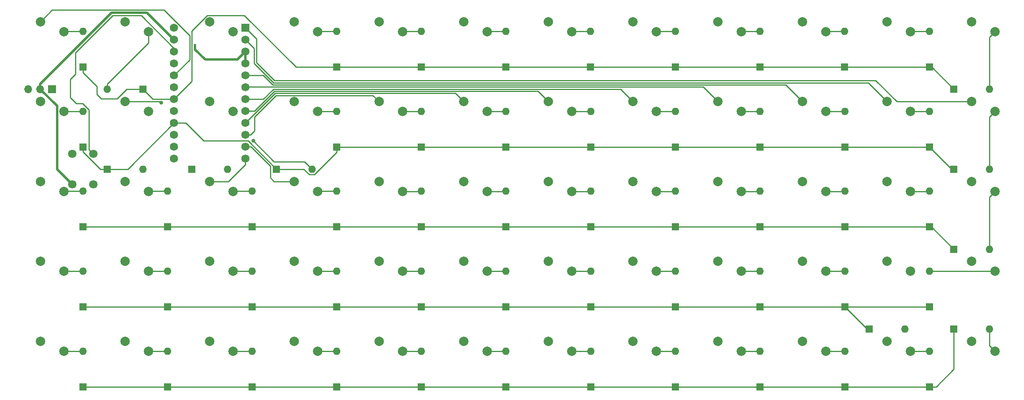
<source format=gbl>
G04 #@! TF.GenerationSoftware,KiCad,Pcbnew,7.0.1*
G04 #@! TF.CreationDate,2023-04-06T14:22:37+02:00*
G04 #@! TF.ProjectId,velociraptor,76656c6f-6369-4726-9170-746f722e6b69,rev?*
G04 #@! TF.SameCoordinates,Original*
G04 #@! TF.FileFunction,Copper,L2,Bot*
G04 #@! TF.FilePolarity,Positive*
%FSLAX46Y46*%
G04 Gerber Fmt 4.6, Leading zero omitted, Abs format (unit mm)*
G04 Created by KiCad (PCBNEW 7.0.1) date 2023-04-06 14:22:37*
%MOMM*%
%LPD*%
G01*
G04 APERTURE LIST*
G04 #@! TA.AperFunction,ComponentPad*
%ADD10R,1.600000X1.600000*%
G04 #@! TD*
G04 #@! TA.AperFunction,ComponentPad*
%ADD11O,1.600000X1.600000*%
G04 #@! TD*
G04 #@! TA.AperFunction,ComponentPad*
%ADD12C,2.000000*%
G04 #@! TD*
G04 #@! TA.AperFunction,ComponentPad*
%ADD13R,1.700000X1.700000*%
G04 #@! TD*
G04 #@! TA.AperFunction,ComponentPad*
%ADD14O,1.700000X1.700000*%
G04 #@! TD*
G04 #@! TA.AperFunction,ComponentPad*
%ADD15C,1.800000*%
G04 #@! TD*
G04 #@! TA.AperFunction,ComponentPad*
%ADD16R,1.752600X1.752600*%
G04 #@! TD*
G04 #@! TA.AperFunction,ComponentPad*
%ADD17C,1.752600*%
G04 #@! TD*
G04 #@! TA.AperFunction,ViaPad*
%ADD18C,0.800000*%
G04 #@! TD*
G04 #@! TA.AperFunction,ViaPad*
%ADD19C,0.600000*%
G04 #@! TD*
G04 #@! TA.AperFunction,Conductor*
%ADD20C,0.250000*%
G04 #@! TD*
G04 #@! TA.AperFunction,Conductor*
%ADD21C,0.508000*%
G04 #@! TD*
G04 APERTURE END LIST*
D10*
X64816199Y-43230000D03*
D11*
X57196199Y-43230000D03*
D12*
X205441239Y-79987500D03*
X210441239Y-82087500D03*
D10*
X232525000Y-38510000D03*
D11*
X232525000Y-30890000D03*
D12*
X61006199Y-79987500D03*
X66006199Y-82087500D03*
D13*
X45476819Y-43250000D03*
D14*
X42936819Y-43250000D03*
X40396819Y-43250000D03*
D10*
X232549999Y-72635000D03*
D11*
X232549999Y-65015000D03*
D12*
X151278099Y-28800000D03*
X156278099Y-30900000D03*
D10*
X196400000Y-72635000D03*
D11*
X196400000Y-65015000D03*
D10*
X232549999Y-106760000D03*
D11*
X232549999Y-99140000D03*
D12*
X241549999Y-79987500D03*
X246549999Y-82087500D03*
D10*
X106169339Y-55572500D03*
D11*
X106169339Y-47952500D03*
D12*
X151278099Y-45862500D03*
X156278099Y-47962500D03*
D10*
X160300000Y-89697500D03*
D11*
X160300000Y-82077500D03*
D10*
X142250000Y-89697500D03*
D11*
X142250000Y-82077500D03*
D12*
X97114959Y-45862500D03*
X102114959Y-47962500D03*
X133223719Y-97050000D03*
X138223719Y-99150000D03*
X133223719Y-79987500D03*
X138223719Y-82087500D03*
D10*
X106125000Y-38510000D03*
D11*
X106125000Y-30890000D03*
D12*
X151278099Y-79987500D03*
X156278099Y-82087500D03*
X169332479Y-45862500D03*
X174332479Y-47962500D03*
X115169339Y-45862500D03*
X120169339Y-47962500D03*
D10*
X124200000Y-89697500D03*
D11*
X124200000Y-82077500D03*
D12*
X169332479Y-79987500D03*
X174332479Y-82087500D03*
D10*
X124200000Y-106760000D03*
D11*
X124200000Y-99140000D03*
D10*
X178350000Y-106760000D03*
D11*
X178350000Y-99140000D03*
D12*
X61006199Y-62925000D03*
X66006199Y-65025000D03*
X187386859Y-45862500D03*
X192386859Y-47962500D03*
D10*
X214425000Y-38510000D03*
D11*
X214425000Y-30890000D03*
D10*
X237739999Y-94425000D03*
D11*
X245359999Y-94425000D03*
D10*
X70060579Y-106760000D03*
D11*
X70060579Y-99140000D03*
D12*
X169332479Y-28800000D03*
X174332479Y-30900000D03*
D10*
X196400000Y-89697500D03*
D11*
X196400000Y-82077500D03*
D12*
X115169339Y-28800000D03*
X120169339Y-30900000D03*
X187386859Y-79987500D03*
X192386859Y-82087500D03*
D10*
X70060579Y-89697500D03*
D11*
X70060579Y-82077500D03*
D10*
X178350000Y-72635000D03*
D11*
X178350000Y-65015000D03*
D10*
X142225000Y-38510000D03*
D11*
X142225000Y-30890000D03*
D10*
X196375000Y-38510000D03*
D11*
X196375000Y-30890000D03*
D10*
X57196199Y-60300000D03*
D11*
X64816199Y-60300000D03*
D12*
X79060579Y-62925000D03*
X84060579Y-65025000D03*
X223495619Y-62925000D03*
X228495619Y-65025000D03*
D10*
X219685619Y-94475000D03*
D11*
X227305619Y-94475000D03*
D12*
X151278099Y-97050000D03*
X156278099Y-99150000D03*
D10*
X52050000Y-72635000D03*
D11*
X52050000Y-65015000D03*
D10*
X214500000Y-89697500D03*
D11*
X214500000Y-82077500D03*
D12*
X223495619Y-97050000D03*
X228495619Y-99150000D03*
D10*
X237739999Y-60325000D03*
D11*
X245359999Y-60325000D03*
D12*
X133223719Y-28800000D03*
X138223719Y-30900000D03*
X223495619Y-28800000D03*
X228495619Y-30900000D03*
X205441239Y-28800000D03*
X210441239Y-30900000D03*
X61006199Y-28800000D03*
X66006199Y-30900000D03*
X79060579Y-97050000D03*
X84060579Y-99150000D03*
D10*
X124194339Y-38510000D03*
D11*
X124194339Y-30890000D03*
D10*
X106169339Y-106760000D03*
D11*
X106169339Y-99140000D03*
D12*
X79060579Y-79987500D03*
X84060579Y-82087500D03*
X115169339Y-62925000D03*
X120169339Y-65025000D03*
X61006199Y-45862500D03*
X66006199Y-47962500D03*
X205441239Y-97050000D03*
X210441239Y-99150000D03*
X42951819Y-79987500D03*
X47951819Y-82087500D03*
D10*
X214500000Y-55572500D03*
D11*
X214500000Y-47952500D03*
D10*
X52050000Y-55572500D03*
D11*
X52050000Y-47952500D03*
D12*
X241549999Y-28800000D03*
X246549999Y-30900000D03*
X42951819Y-28800000D03*
X47951819Y-30900000D03*
D10*
X52050000Y-106760000D03*
D11*
X52050000Y-99140000D03*
D10*
X178350000Y-55572500D03*
D11*
X178350000Y-47952500D03*
D12*
X115169339Y-79987500D03*
X120169339Y-82087500D03*
D10*
X160300000Y-72635000D03*
D11*
X160300000Y-65015000D03*
D10*
X93304959Y-60300000D03*
D11*
X100924959Y-60300000D03*
D12*
X223495619Y-79987500D03*
X228495619Y-82087500D03*
X205441239Y-62925000D03*
X210441239Y-65025000D03*
D10*
X142250000Y-72635000D03*
D11*
X142250000Y-65015000D03*
D10*
X70060579Y-72635000D03*
D11*
X70060579Y-65015000D03*
D10*
X88100000Y-106760000D03*
D11*
X88100000Y-99140000D03*
D10*
X196400000Y-55572500D03*
D11*
X196400000Y-47952500D03*
D10*
X142250000Y-106760000D03*
D11*
X142250000Y-99140000D03*
D10*
X75250579Y-60300000D03*
D11*
X82870579Y-60300000D03*
D12*
X241549999Y-62925000D03*
X246549999Y-65025000D03*
X187386859Y-28800000D03*
X192386859Y-30900000D03*
D10*
X52050000Y-89697500D03*
D11*
X52050000Y-82077500D03*
D10*
X178325000Y-38510000D03*
D11*
X178325000Y-30890000D03*
D12*
X241549999Y-45862500D03*
X246549999Y-47962500D03*
X42951819Y-62925000D03*
X47951819Y-65025000D03*
X97114959Y-28800000D03*
X102114959Y-30900000D03*
X151278099Y-62925000D03*
X156278099Y-65025000D03*
X61006199Y-97050000D03*
X66006199Y-99150000D03*
X42951819Y-97050000D03*
X47951819Y-99150000D03*
X133223719Y-62925000D03*
X138223719Y-65025000D03*
D10*
X124200000Y-72635000D03*
D11*
X124200000Y-65015000D03*
D12*
X187386859Y-62925000D03*
X192386859Y-65025000D03*
X133223719Y-45862500D03*
X138223719Y-47962500D03*
D10*
X124200000Y-55572500D03*
D11*
X124200000Y-47952500D03*
D12*
X241549999Y-97050000D03*
X246549999Y-99150000D03*
D10*
X160300000Y-55572500D03*
D11*
X160300000Y-47952500D03*
D10*
X214500000Y-106760000D03*
D11*
X214500000Y-99140000D03*
D10*
X214500000Y-72635000D03*
D11*
X214500000Y-65015000D03*
D10*
X106169339Y-89697500D03*
D11*
X106169339Y-82077500D03*
D10*
X88100000Y-72635000D03*
D11*
X88100000Y-65015000D03*
D12*
X97114959Y-79987500D03*
X102114959Y-82087500D03*
D10*
X237739999Y-77387500D03*
D11*
X245359999Y-77387500D03*
D12*
X115169339Y-97050000D03*
X120169339Y-99150000D03*
D10*
X160275000Y-38510000D03*
D11*
X160275000Y-30890000D03*
D10*
X160300000Y-106760000D03*
D11*
X160300000Y-99140000D03*
D10*
X52050000Y-38510000D03*
D11*
X52050000Y-30890000D03*
D10*
X196400000Y-106760000D03*
D11*
X196400000Y-99140000D03*
D10*
X237739999Y-43225000D03*
D11*
X245359999Y-43225000D03*
D10*
X106169339Y-72635000D03*
D11*
X106169339Y-65015000D03*
D10*
X88100000Y-89697500D03*
D11*
X88100000Y-82077500D03*
D10*
X142250000Y-55572500D03*
D11*
X142250000Y-47952500D03*
D12*
X97114959Y-62925000D03*
X102114959Y-65025000D03*
X169332479Y-97050000D03*
X174332479Y-99150000D03*
D10*
X232549999Y-55572500D03*
D11*
X232549999Y-47952500D03*
D10*
X178350000Y-89697500D03*
D11*
X178350000Y-82077500D03*
D12*
X223495619Y-45862500D03*
X228495619Y-47962500D03*
D10*
X232549999Y-89697500D03*
D11*
X232549999Y-82077500D03*
D12*
X42951819Y-45862500D03*
X47951819Y-47962500D03*
X187386859Y-97050000D03*
X192386859Y-99150000D03*
X79060579Y-45862500D03*
X84060579Y-47962500D03*
X97114959Y-97050000D03*
X102114959Y-99150000D03*
X79060579Y-28800000D03*
X84060579Y-30900000D03*
X205441239Y-45862500D03*
X210441239Y-47962500D03*
X169332479Y-62925000D03*
X174332479Y-65025000D03*
D15*
X54229009Y-57043750D03*
X49729009Y-63543750D03*
X49729009Y-57043750D03*
X54229009Y-63543750D03*
D16*
X86680579Y-30116750D03*
D17*
X86680579Y-32656750D03*
X86680579Y-35196750D03*
X86680579Y-37736750D03*
X86680579Y-40276750D03*
X86680579Y-42816750D03*
X86680579Y-45356750D03*
X86680579Y-47896750D03*
X86680579Y-50436750D03*
X86680579Y-52976750D03*
X86680579Y-55516750D03*
X86680579Y-58056750D03*
X71440579Y-58056750D03*
X71440579Y-55516750D03*
X71440579Y-52976750D03*
X71440579Y-50436750D03*
X71440579Y-47896750D03*
X71440579Y-45356750D03*
X71440579Y-42816750D03*
X71440579Y-40276750D03*
X71440579Y-37736750D03*
X71440579Y-35196750D03*
X71440579Y-32656750D03*
X71440579Y-30116750D03*
D18*
X68725000Y-46081250D03*
D19*
X75950000Y-33825000D03*
D18*
X88325000Y-54250000D03*
D20*
X69339724Y-26317000D02*
X45434819Y-26317000D01*
X74785580Y-31762856D02*
X69339724Y-26317000D01*
X71440579Y-40276750D02*
X74785580Y-36931749D01*
X45434819Y-26317000D02*
X42951819Y-28800000D01*
X74785580Y-36931749D02*
X74785580Y-31762856D01*
X68506250Y-45862500D02*
X68725000Y-46081250D01*
X61006199Y-45862500D02*
X68506250Y-45862500D01*
X83051604Y-62925000D02*
X86680579Y-59296025D01*
X86680579Y-59296025D02*
X86680579Y-58056750D01*
X79060579Y-62925000D02*
X83051604Y-62925000D01*
X92800000Y-62925000D02*
X91971781Y-62096781D01*
X91971781Y-62096781D02*
X91971781Y-59603218D01*
X87885313Y-55516750D02*
X86680579Y-55516750D01*
X91971781Y-59603218D02*
X87885313Y-55516750D01*
X97114959Y-62925000D02*
X92800000Y-62925000D01*
X93216225Y-44537500D02*
X88625000Y-49128725D01*
X87773250Y-52976750D02*
X86680579Y-52976750D01*
X88625000Y-52125000D02*
X87773250Y-52976750D01*
X115169339Y-45862500D02*
X113844339Y-44537500D01*
X113844339Y-44537500D02*
X93216225Y-44537500D01*
X88625000Y-49128725D02*
X88625000Y-52125000D01*
X131448719Y-44087500D02*
X93029829Y-44087500D01*
X133223719Y-45862500D02*
X131448719Y-44087500D01*
X93029829Y-44087500D02*
X86680579Y-50436750D01*
X88584183Y-47896750D02*
X86680579Y-47896750D01*
X149053099Y-43637500D02*
X92843433Y-43637500D01*
X92843433Y-43637500D02*
X88584183Y-47896750D01*
X151278099Y-45862500D02*
X149053099Y-43637500D01*
X166657479Y-43187500D02*
X169332479Y-45862500D01*
X86680579Y-45356750D02*
X90487787Y-45356750D01*
X92657037Y-43187500D02*
X166657479Y-43187500D01*
X90487787Y-45356750D02*
X92657037Y-43187500D01*
X86759829Y-42737500D02*
X184261859Y-42737500D01*
X86680579Y-42816750D02*
X86759829Y-42737500D01*
X184261859Y-42737500D02*
X187386859Y-45862500D01*
X90475000Y-40275000D02*
X92487500Y-42287500D01*
X201866239Y-42287500D02*
X205441239Y-45862500D01*
X86680579Y-40276750D02*
X90473250Y-40276750D01*
X92487500Y-42287500D02*
X201866239Y-42287500D01*
X90473250Y-40276750D02*
X90475000Y-40275000D01*
X92673896Y-41837500D02*
X219470619Y-41837500D01*
X88550000Y-37713604D02*
X92673896Y-41837500D01*
X88550000Y-34525000D02*
X88550000Y-37713604D01*
X86680579Y-32656750D02*
X87950000Y-33926171D01*
X87950000Y-33926171D02*
X87951171Y-33926171D01*
X219470619Y-41837500D02*
X223495619Y-45862500D01*
X87951171Y-33926171D02*
X88550000Y-34525000D01*
X230800000Y-45875000D02*
X225600000Y-45875000D01*
X89000000Y-32436171D02*
X86680579Y-30116750D01*
X92822792Y-41350000D02*
X89000000Y-37527208D01*
X241549999Y-45862500D02*
X230812500Y-45862500D01*
X221075000Y-41350000D02*
X92822792Y-41350000D01*
X225600000Y-45875000D02*
X221075000Y-41350000D01*
X230812500Y-45862500D02*
X230800000Y-45875000D01*
X89000000Y-37527208D02*
X89000000Y-32436171D01*
D21*
X46497819Y-60312560D02*
X46497819Y-46811000D01*
X65679829Y-26896000D02*
X71440579Y-32656750D01*
X84973328Y-36904001D02*
X78104001Y-36904001D01*
X78104001Y-36904001D02*
X75950000Y-34750000D01*
X86680579Y-35196750D02*
X86680579Y-37736750D01*
X58170666Y-26896000D02*
X65679829Y-26896000D01*
X86680579Y-35196750D02*
X84973328Y-36904001D01*
X46497819Y-46811000D02*
X42936819Y-43250000D01*
X49729009Y-63543750D02*
X46497819Y-60312560D01*
X42936819Y-43250000D02*
X42936819Y-42129847D01*
X75950000Y-34750000D02*
X75950000Y-33825000D01*
X42936819Y-42129847D02*
X58170666Y-26896000D01*
D20*
X78511746Y-27475000D02*
X78675000Y-27475000D01*
X97476429Y-38510000D02*
X86441429Y-27475000D01*
X75235580Y-41561749D02*
X75235580Y-30751166D01*
X52050000Y-38510000D02*
X52050000Y-39672911D01*
X233024999Y-38510000D02*
X237739999Y-43225000D01*
X232525000Y-38510000D02*
X106125000Y-38510000D01*
X71440579Y-45356750D02*
X75235580Y-41561749D01*
X61345000Y-43230000D02*
X64816199Y-43230000D01*
X106125000Y-38510000D02*
X97476429Y-38510000D01*
X55975000Y-45225000D02*
X59350000Y-45225000D01*
X59350000Y-45225000D02*
X61345000Y-43230000D01*
X66942949Y-45356750D02*
X64816199Y-43230000D01*
X86441429Y-27475000D02*
X78675000Y-27475000D01*
X55025000Y-42647911D02*
X55025000Y-44275000D01*
X55025000Y-44275000D02*
X55975000Y-45225000D01*
X71440579Y-45356750D02*
X66942949Y-45356750D01*
X52050000Y-39672911D02*
X55025000Y-42647911D01*
X75235580Y-30751166D02*
X78511746Y-27475000D01*
X101400000Y-61425000D02*
X100275000Y-61425000D01*
X57196199Y-60300000D02*
X55752847Y-60300000D01*
X106169339Y-55572500D02*
X106169339Y-56655661D01*
X232549999Y-55572500D02*
X106169339Y-55572500D01*
X237302499Y-60325000D02*
X232549999Y-55572500D01*
X93304959Y-60300000D02*
X87254959Y-54250000D01*
X61577329Y-60300000D02*
X71440579Y-50436750D01*
X106169339Y-56655661D02*
X101400000Y-61425000D01*
X73967243Y-50436750D02*
X71440579Y-50436750D01*
X100275000Y-61425000D02*
X99150000Y-60300000D01*
X52050000Y-56597153D02*
X52050000Y-55572500D01*
X77780493Y-54250000D02*
X73967243Y-50436750D01*
X99150000Y-60300000D02*
X93304959Y-60300000D01*
X55752847Y-60300000D02*
X52050000Y-56597153D01*
X237739999Y-60325000D02*
X237302499Y-60325000D01*
X87254959Y-54250000D02*
X77780493Y-54250000D01*
X57196199Y-60300000D02*
X61577329Y-60300000D01*
X232549999Y-72635000D02*
X52050000Y-72635000D01*
X232549999Y-72635000D02*
X232987499Y-72635000D01*
X232987499Y-72635000D02*
X237739999Y-77387500D01*
X219277500Y-94475000D02*
X214500000Y-89697500D01*
X219685619Y-94475000D02*
X219277500Y-94475000D01*
X232549999Y-89697500D02*
X52050000Y-89697500D01*
X233972413Y-106760000D02*
X232549999Y-106760000D01*
X237739999Y-94425000D02*
X237739999Y-102992414D01*
X232549999Y-106760000D02*
X52050000Y-106760000D01*
X237739999Y-102992414D02*
X233972413Y-106760000D01*
X47961819Y-30890000D02*
X47951819Y-30900000D01*
X52050000Y-30890000D02*
X47961819Y-30890000D01*
X66006199Y-33288630D02*
X66006199Y-30900000D01*
X57196199Y-43230000D02*
X57196199Y-42098630D01*
X57196199Y-42098630D02*
X66006199Y-33288630D01*
X106125000Y-30890000D02*
X102124959Y-30890000D01*
X102124959Y-30890000D02*
X102114959Y-30900000D01*
X120179339Y-30890000D02*
X120169339Y-30900000D01*
X124194339Y-30890000D02*
X120179339Y-30890000D01*
X138233719Y-30890000D02*
X138223719Y-30900000D01*
X142225000Y-30890000D02*
X138233719Y-30890000D01*
X156288099Y-30890000D02*
X156278099Y-30900000D01*
X160275000Y-30890000D02*
X156288099Y-30890000D01*
X174342479Y-30890000D02*
X174332479Y-30900000D01*
X178325000Y-30890000D02*
X174342479Y-30890000D01*
X196375000Y-30890000D02*
X192396859Y-30890000D01*
X192396859Y-30890000D02*
X192386859Y-30900000D01*
X210451239Y-30890000D02*
X210441239Y-30900000D01*
X214425000Y-30890000D02*
X210451239Y-30890000D01*
X232525000Y-30890000D02*
X228505619Y-30890000D01*
X228505619Y-30890000D02*
X228495619Y-30900000D01*
X245359999Y-32090000D02*
X245359999Y-43225000D01*
X246549999Y-30900000D02*
X245359999Y-32090000D01*
X47961819Y-47952500D02*
X47951819Y-47962500D01*
X52050000Y-47952500D02*
X47961819Y-47952500D01*
X92775000Y-58700000D02*
X88325000Y-54250000D01*
X99324959Y-58700000D02*
X98400000Y-58700000D01*
X98400000Y-58700000D02*
X92775000Y-58700000D01*
X100924959Y-60300000D02*
X99324959Y-58700000D01*
X106169339Y-47952500D02*
X102124959Y-47952500D01*
X102124959Y-47952500D02*
X102114959Y-47962500D01*
X124200000Y-47952500D02*
X120179339Y-47952500D01*
X120179339Y-47952500D02*
X120169339Y-47962500D01*
X138233719Y-47952500D02*
X138223719Y-47962500D01*
X142250000Y-47952500D02*
X138233719Y-47952500D01*
X156288099Y-47952500D02*
X156278099Y-47962500D01*
X160300000Y-47952500D02*
X156288099Y-47952500D01*
X178340000Y-47962500D02*
X178350000Y-47952500D01*
X174332479Y-47962500D02*
X178340000Y-47962500D01*
X196390000Y-47962500D02*
X196400000Y-47952500D01*
X192386859Y-47962500D02*
X196390000Y-47962500D01*
X214490000Y-47962500D02*
X214500000Y-47952500D01*
X210441239Y-47962500D02*
X214490000Y-47962500D01*
X228495619Y-47962500D02*
X232539999Y-47962500D01*
X232539999Y-47962500D02*
X232549999Y-47952500D01*
X245359999Y-49152500D02*
X245359999Y-60325000D01*
X246549999Y-47962500D02*
X245359999Y-49152500D01*
X52050000Y-65015000D02*
X47961819Y-65015000D01*
X47961819Y-65015000D02*
X47951819Y-65025000D01*
X66016199Y-65015000D02*
X66006199Y-65025000D01*
X70060579Y-65015000D02*
X66016199Y-65015000D01*
X84070579Y-65015000D02*
X84060579Y-65025000D01*
X88100000Y-65015000D02*
X84070579Y-65015000D01*
X106169339Y-65015000D02*
X102124959Y-65015000D01*
X102124959Y-65015000D02*
X102114959Y-65025000D01*
X124190000Y-65025000D02*
X124200000Y-65015000D01*
X120169339Y-65025000D02*
X124190000Y-65025000D01*
X142240000Y-65025000D02*
X142250000Y-65015000D01*
X138223719Y-65025000D02*
X142240000Y-65025000D01*
X160290000Y-65025000D02*
X160300000Y-65015000D01*
X156278099Y-65025000D02*
X160290000Y-65025000D01*
X178340000Y-65025000D02*
X178350000Y-65015000D01*
X174332479Y-65025000D02*
X178340000Y-65025000D01*
X192386859Y-65025000D02*
X196390000Y-65025000D01*
X196390000Y-65025000D02*
X196400000Y-65015000D01*
X210441239Y-65025000D02*
X214490000Y-65025000D01*
X214490000Y-65025000D02*
X214500000Y-65015000D01*
X228495619Y-65025000D02*
X232539999Y-65025000D01*
X232539999Y-65025000D02*
X232549999Y-65015000D01*
X245359999Y-66215000D02*
X245359999Y-77387500D01*
X246549999Y-65025000D02*
X245359999Y-66215000D01*
X47961819Y-82077500D02*
X47951819Y-82087500D01*
X52050000Y-82077500D02*
X47961819Y-82077500D01*
X66016199Y-82077500D02*
X66006199Y-82087500D01*
X70060579Y-82077500D02*
X66016199Y-82077500D01*
X84070579Y-82077500D02*
X84060579Y-82087500D01*
X88100000Y-82077500D02*
X84070579Y-82077500D01*
X106169339Y-82077500D02*
X102124959Y-82077500D01*
X102124959Y-82077500D02*
X102114959Y-82087500D01*
X120179339Y-82077500D02*
X120169339Y-82087500D01*
X124200000Y-82077500D02*
X120179339Y-82077500D01*
X138223719Y-82087500D02*
X142240000Y-82087500D01*
X142240000Y-82087500D02*
X142250000Y-82077500D01*
X160290000Y-82087500D02*
X160300000Y-82077500D01*
X156278099Y-82087500D02*
X160290000Y-82087500D01*
X178340000Y-82087500D02*
X178350000Y-82077500D01*
X174332479Y-82087500D02*
X178340000Y-82087500D01*
X196390000Y-82087500D02*
X196400000Y-82077500D01*
X192386859Y-82087500D02*
X196390000Y-82087500D01*
X210441239Y-82087500D02*
X214490000Y-82087500D01*
X214490000Y-82087500D02*
X214500000Y-82077500D01*
X232549999Y-82077500D02*
X246539999Y-82077500D01*
X246539999Y-82077500D02*
X246549999Y-82087500D01*
X47961819Y-99140000D02*
X47951819Y-99150000D01*
X52050000Y-99140000D02*
X47961819Y-99140000D01*
X66016199Y-99140000D02*
X66006199Y-99150000D01*
X70060579Y-99140000D02*
X66016199Y-99140000D01*
X84070579Y-99140000D02*
X84060579Y-99150000D01*
X88100000Y-99140000D02*
X84070579Y-99140000D01*
X106169339Y-99140000D02*
X102124959Y-99140000D01*
X102124959Y-99140000D02*
X102114959Y-99150000D01*
X124200000Y-99140000D02*
X120179339Y-99140000D01*
X120179339Y-99140000D02*
X120169339Y-99150000D01*
X138233719Y-99140000D02*
X138223719Y-99150000D01*
X142250000Y-99140000D02*
X138233719Y-99140000D01*
X160300000Y-99140000D02*
X156288099Y-99140000D01*
X156288099Y-99140000D02*
X156278099Y-99150000D01*
X178350000Y-99140000D02*
X174342479Y-99140000D01*
X174342479Y-99140000D02*
X174332479Y-99150000D01*
X192396859Y-99140000D02*
X192386859Y-99150000D01*
X196400000Y-99140000D02*
X192396859Y-99140000D01*
X214500000Y-99140000D02*
X210451239Y-99140000D01*
X210451239Y-99140000D02*
X210441239Y-99150000D01*
X232549999Y-99140000D02*
X228505619Y-99140000D01*
X228505619Y-99140000D02*
X228495619Y-99150000D01*
X245359999Y-97960000D02*
X246549999Y-99150000D01*
X245359999Y-94425000D02*
X245359999Y-97960000D01*
X58410496Y-27475000D02*
X64455032Y-27475000D01*
X49325000Y-45000000D02*
X49325000Y-41125000D01*
X49325000Y-41125000D02*
X50450000Y-40000000D01*
X54229009Y-57043750D02*
X53325000Y-56139741D01*
X53325000Y-47636509D02*
X51963491Y-46275000D01*
X53325000Y-56139741D02*
X53325000Y-47636509D01*
X50600000Y-46275000D02*
X49325000Y-45000000D01*
X64455032Y-27475000D02*
X71440579Y-34460547D01*
X50450000Y-40000000D02*
X50450000Y-35435496D01*
X71440579Y-34460547D02*
X71440579Y-35196750D01*
X50450000Y-35435496D02*
X58410496Y-27475000D01*
X51963491Y-46275000D02*
X50600000Y-46275000D01*
M02*

</source>
